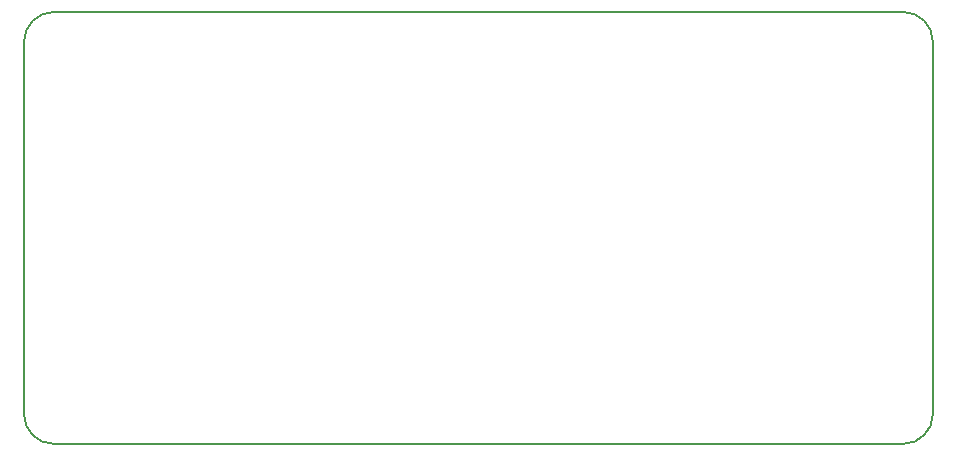
<source format=gbr>
G04 #@! TF.FileFunction,Profile,NP*
%FSLAX46Y46*%
G04 Gerber Fmt 4.6, Leading zero omitted, Abs format (unit mm)*
G04 Created by KiCad (PCBNEW 4.0.7) date Mon Dec 17 23:28:13 2018*
%MOMM*%
%LPD*%
G01*
G04 APERTURE LIST*
%ADD10C,0.100000*%
%ADD11C,0.200000*%
G04 APERTURE END LIST*
D10*
D11*
X230632000Y-135890000D02*
X230632000Y-104394000D01*
X153670000Y-135890000D02*
X153670000Y-104394000D01*
X156210000Y-101854000D02*
X228092000Y-101854000D01*
X156210000Y-138430000D02*
X228092000Y-138430000D01*
X228092000Y-138430000D02*
G75*
G03X230632000Y-135890000I0J2540000D01*
G01*
X153670000Y-135890000D02*
G75*
G03X156210000Y-138430000I2540000J0D01*
G01*
X156210000Y-101854000D02*
G75*
G03X153670000Y-104394000I0J-2540000D01*
G01*
X230632000Y-104394000D02*
G75*
G03X228092000Y-101854000I-2540000J0D01*
G01*
M02*

</source>
